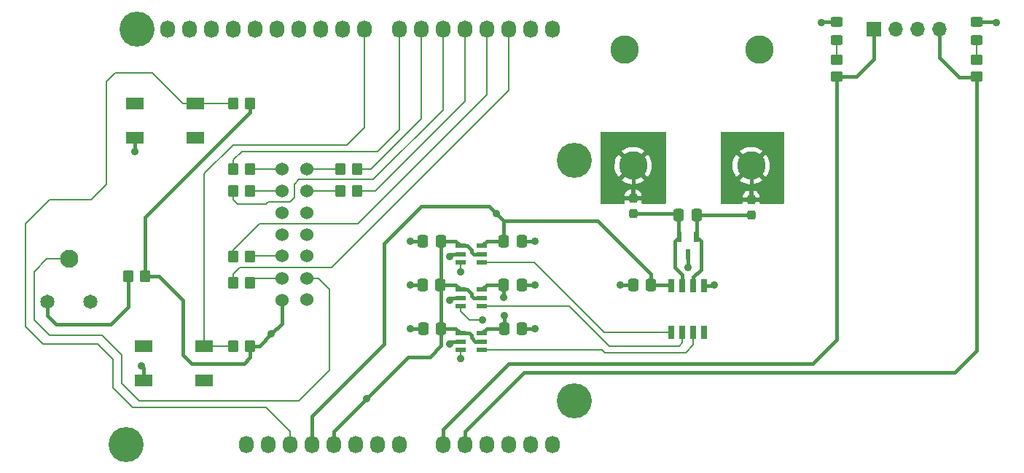
<source format=gtl>
G04 #@! TF.GenerationSoftware,KiCad,Pcbnew,(6.0.6)*
G04 #@! TF.CreationDate,2022-07-18T13:46:11+09:00*
G04 #@! TF.ProjectId,mt_reflowcnt,6d745f72-6566-46c6-9f77-636e742e6b69,rev?*
G04 #@! TF.SameCoordinates,Original*
G04 #@! TF.FileFunction,Copper,L1,Top*
G04 #@! TF.FilePolarity,Positive*
%FSLAX46Y46*%
G04 Gerber Fmt 4.6, Leading zero omitted, Abs format (unit mm)*
G04 Created by KiCad (PCBNEW (6.0.6)) date 2022-07-18 13:46:11*
%MOMM*%
%LPD*%
G01*
G04 APERTURE LIST*
G04 Aperture macros list*
%AMRoundRect*
0 Rectangle with rounded corners*
0 $1 Rounding radius*
0 $2 $3 $4 $5 $6 $7 $8 $9 X,Y pos of 4 corners*
0 Add a 4 corners polygon primitive as box body*
4,1,4,$2,$3,$4,$5,$6,$7,$8,$9,$2,$3,0*
0 Add four circle primitives for the rounded corners*
1,1,$1+$1,$2,$3*
1,1,$1+$1,$4,$5*
1,1,$1+$1,$6,$7*
1,1,$1+$1,$8,$9*
0 Add four rect primitives between the rounded corners*
20,1,$1+$1,$2,$3,$4,$5,0*
20,1,$1+$1,$4,$5,$6,$7,0*
20,1,$1+$1,$6,$7,$8,$9,0*
20,1,$1+$1,$8,$9,$2,$3,0*%
G04 Aperture macros list end*
G04 #@! TA.AperFunction,SMDPad,CuDef*
%ADD10RoundRect,0.250000X-0.337500X-0.475000X0.337500X-0.475000X0.337500X0.475000X-0.337500X0.475000X0*%
G04 #@! TD*
G04 #@! TA.AperFunction,SMDPad,CuDef*
%ADD11RoundRect,0.250000X0.337500X0.475000X-0.337500X0.475000X-0.337500X-0.475000X0.337500X-0.475000X0*%
G04 #@! TD*
G04 #@! TA.AperFunction,SMDPad,CuDef*
%ADD12R,1.200000X0.600000*%
G04 #@! TD*
G04 #@! TA.AperFunction,ComponentPad*
%ADD13R,1.700000X1.700000*%
G04 #@! TD*
G04 #@! TA.AperFunction,ComponentPad*
%ADD14O,1.700000X1.700000*%
G04 #@! TD*
G04 #@! TA.AperFunction,SMDPad,CuDef*
%ADD15RoundRect,0.237500X0.237500X-0.287500X0.237500X0.287500X-0.237500X0.287500X-0.237500X-0.287500X0*%
G04 #@! TD*
G04 #@! TA.AperFunction,SMDPad,CuDef*
%ADD16RoundRect,0.250000X-0.450000X0.325000X-0.450000X-0.325000X0.450000X-0.325000X0.450000X0.325000X0*%
G04 #@! TD*
G04 #@! TA.AperFunction,SMDPad,CuDef*
%ADD17R,2.000000X1.400000*%
G04 #@! TD*
G04 #@! TA.AperFunction,ComponentPad*
%ADD18C,1.650000*%
G04 #@! TD*
G04 #@! TA.AperFunction,ComponentPad*
%ADD19C,2.100000*%
G04 #@! TD*
G04 #@! TA.AperFunction,SMDPad,CuDef*
%ADD20R,0.650000X1.525000*%
G04 #@! TD*
G04 #@! TA.AperFunction,SMDPad,CuDef*
%ADD21R,0.600000X1.250000*%
G04 #@! TD*
G04 #@! TA.AperFunction,SMDPad,CuDef*
%ADD22RoundRect,0.250000X0.350000X0.450000X-0.350000X0.450000X-0.350000X-0.450000X0.350000X-0.450000X0*%
G04 #@! TD*
G04 #@! TA.AperFunction,SMDPad,CuDef*
%ADD23RoundRect,0.250000X-0.350000X-0.450000X0.350000X-0.450000X0.350000X0.450000X-0.350000X0.450000X0*%
G04 #@! TD*
G04 #@! TA.AperFunction,SMDPad,CuDef*
%ADD24RoundRect,0.250000X0.450000X-0.350000X0.450000X0.350000X-0.450000X0.350000X-0.450000X-0.350000X0*%
G04 #@! TD*
G04 #@! TA.AperFunction,ComponentPad*
%ADD25C,3.294000*%
G04 #@! TD*
G04 #@! TA.AperFunction,ComponentPad*
%ADD26C,1.524000*%
G04 #@! TD*
G04 #@! TA.AperFunction,ComponentPad*
%ADD27O,1.727200X2.032000*%
G04 #@! TD*
G04 #@! TA.AperFunction,ComponentPad*
%ADD28C,4.064000*%
G04 #@! TD*
G04 #@! TA.AperFunction,ViaPad*
%ADD29C,0.889000*%
G04 #@! TD*
G04 #@! TA.AperFunction,Conductor*
%ADD30C,0.406400*%
G04 #@! TD*
G04 #@! TA.AperFunction,Conductor*
%ADD31C,0.203200*%
G04 #@! TD*
G04 APERTURE END LIST*
D10*
G04 #@! TO.P,C8,1*
G04 #@! TO.N,+3V3*
X168910000Y-110363000D03*
G04 #@! TO.P,C8,2*
G04 #@! TO.N,GND*
X170985000Y-110363000D03*
G04 #@! TD*
D11*
G04 #@! TO.P,C7,1*
G04 #@! TO.N,+5V*
X161587000Y-110363000D03*
G04 #@! TO.P,C7,2*
G04 #@! TO.N,GND*
X159512000Y-110363000D03*
G04 #@! TD*
D12*
G04 #@! TO.P,IC5,6,VCCB*
G04 #@! TO.N,+3V3*
X166350000Y-110937000D03*
G04 #@! TO.P,IC5,5,OE*
G04 #@! TO.N,+5V*
X166350000Y-111887000D03*
G04 #@! TO.P,IC5,4,B*
G04 #@! TO.N,Net-(IC3-Pad7)*
X166350000Y-112837000D03*
G04 #@! TO.P,IC5,3,A*
G04 #@! TO.N,/12(MISO)*
X163850000Y-112837000D03*
G04 #@! TO.P,IC5,2,GND*
G04 #@! TO.N,GND*
X163850000Y-111887000D03*
G04 #@! TO.P,IC5,1,VCCA*
G04 #@! TO.N,+5V*
X163850000Y-110937000D03*
G04 #@! TD*
G04 #@! TO.P,IC2,1,VCCA*
G04 #@! TO.N,+5V*
X163828500Y-105857000D03*
G04 #@! TO.P,IC2,2,GND*
G04 #@! TO.N,GND*
X163828500Y-106807000D03*
G04 #@! TO.P,IC2,3,A*
G04 #@! TO.N,/10(\u002A\u002A{slash}SS)*
X163828500Y-107757000D03*
G04 #@! TO.P,IC2,4,B*
G04 #@! TO.N,Net-(IC3-Pad6)*
X166328500Y-107757000D03*
G04 #@! TO.P,IC2,5,OE*
G04 #@! TO.N,+5V*
X166328500Y-106807000D03*
G04 #@! TO.P,IC2,6,VCCB*
G04 #@! TO.N,+3V3*
X166328500Y-105857000D03*
G04 #@! TD*
G04 #@! TO.P,IC1,1,VCCA*
G04 #@! TO.N,+5V*
X163828500Y-100777000D03*
G04 #@! TO.P,IC1,2,GND*
G04 #@! TO.N,GND*
X163828500Y-101727000D03*
G04 #@! TO.P,IC1,3,A*
G04 #@! TO.N,/13(SCK)*
X163828500Y-102677000D03*
G04 #@! TO.P,IC1,4,B*
G04 #@! TO.N,Net-(IC3-Pad5)*
X166328500Y-102677000D03*
G04 #@! TO.P,IC1,5,OE*
G04 #@! TO.N,+5V*
X166328500Y-101727000D03*
G04 #@! TO.P,IC1,6,VCCB*
G04 #@! TO.N,+3V3*
X166328500Y-100777000D03*
G04 #@! TD*
D11*
G04 #@! TO.P,C1,1*
G04 #@! TO.N,+5V*
X161544000Y-100203000D03*
G04 #@! TO.P,C1,2*
G04 #@! TO.N,GND*
X159469000Y-100203000D03*
G04 #@! TD*
G04 #@! TO.P,C2,1*
G04 #@! TO.N,+5V*
X161522500Y-105283000D03*
G04 #@! TO.P,C2,2*
G04 #@! TO.N,GND*
X159447500Y-105283000D03*
G04 #@! TD*
G04 #@! TO.P,C6,1*
G04 #@! TO.N,+3V3*
X185971000Y-105283000D03*
G04 #@! TO.P,C6,2*
G04 #@! TO.N,GND*
X183896000Y-105283000D03*
G04 #@! TD*
D10*
G04 #@! TO.P,C5,1*
G04 #@! TO.N,Net-(C5-Pad1)*
X189187000Y-97155000D03*
G04 #@! TO.P,C5,2*
G04 #@! TO.N,Net-(C5-Pad2)*
X191262000Y-97155000D03*
G04 #@! TD*
G04 #@! TO.P,C4,1*
G04 #@! TO.N,+3V3*
X168867000Y-105283000D03*
G04 #@! TO.P,C4,2*
G04 #@! TO.N,GND*
X170942000Y-105283000D03*
G04 #@! TD*
G04 #@! TO.P,C3,2*
G04 #@! TO.N,GND*
X170942000Y-100203000D03*
G04 #@! TO.P,C3,1*
G04 #@! TO.N,+3V3*
X168867000Y-100203000D03*
G04 #@! TD*
D13*
G04 #@! TO.P,J1,1,Pin_1*
G04 #@! TO.N,/A0*
X211846000Y-75565000D03*
D14*
G04 #@! TO.P,J1,2,Pin_2*
G04 #@! TO.N,GND*
X214386000Y-75565000D03*
G04 #@! TO.P,J1,3,Pin_3*
X216926000Y-75565000D03*
G04 #@! TO.P,J1,4,Pin_4*
G04 #@! TO.N,/A1*
X219466000Y-75565000D03*
G04 #@! TD*
D15*
G04 #@! TO.P,L1,1*
G04 #@! TO.N,Net-(C5-Pad1)*
X183896000Y-97014000D03*
G04 #@! TO.P,L1,2*
G04 #@! TO.N,Net-(J2-Pad1)*
X183896000Y-95264000D03*
G04 #@! TD*
G04 #@! TO.P,L2,1*
G04 #@! TO.N,Net-(C5-Pad2)*
X197612000Y-97155000D03*
G04 #@! TO.P,L2,2*
G04 #@! TO.N,Net-(J2-Pad2)*
X197612000Y-95405000D03*
G04 #@! TD*
D16*
G04 #@! TO.P,D2,1,K*
G04 #@! TO.N,GND*
X223774000Y-74785000D03*
G04 #@! TO.P,D2,2,A*
G04 #@! TO.N,Net-(D2-Pad2)*
X223774000Y-76835000D03*
G04 #@! TD*
G04 #@! TO.P,D1,1,K*
G04 #@! TO.N,GND*
X207518000Y-74785000D03*
G04 #@! TO.P,D1,2,A*
G04 #@! TO.N,Net-(D1-Pad2)*
X207518000Y-76835000D03*
G04 #@! TD*
D17*
G04 #@! TO.P,S2,1,N.O._1*
G04 #@! TO.N,unconnected-(S2-Pad1)*
X126040000Y-84233000D03*
G04 #@! TO.P,S2,2,N.O._2*
G04 #@! TO.N,/Reset*
X133040000Y-84233000D03*
G04 #@! TO.P,S2,3,COM_1*
G04 #@! TO.N,GND*
X126040000Y-88233000D03*
G04 #@! TO.P,S2,4,COM_2*
G04 #@! TO.N,unconnected-(S2-Pad4)*
X133040000Y-88233000D03*
G04 #@! TD*
G04 #@! TO.P,S1,1,N.O._1*
G04 #@! TO.N,unconnected-(S1-Pad1)*
X127056000Y-112427000D03*
G04 #@! TO.P,S1,2,N.O._2*
G04 #@! TO.N,/8*
X134056000Y-112427000D03*
G04 #@! TO.P,S1,3,COM_1*
G04 #@! TO.N,GND*
X127056000Y-116427000D03*
G04 #@! TO.P,S1,4,COM_2*
G04 #@! TO.N,unconnected-(S1-Pad4)*
X134056000Y-116427000D03*
G04 #@! TD*
D18*
G04 #@! TO.P,R2,1,1*
G04 #@! TO.N,Net-(R1-Pad2)*
X115864000Y-107275000D03*
G04 #@! TO.P,R2,2,2*
G04 #@! TO.N,GND*
X120864000Y-107275000D03*
D19*
G04 #@! TO.P,R2,3,3*
G04 #@! TO.N,Net-(R2-Pad3)*
X118364000Y-102275000D03*
G04 #@! TD*
D20*
G04 #@! TO.P,IC3,1,GND*
G04 #@! TO.N,GND*
X192151000Y-105365000D03*
G04 #@! TO.P,IC3,2,T-*
G04 #@! TO.N,Net-(C5-Pad2)*
X190881000Y-105365000D03*
G04 #@! TO.P,IC3,3,T+*
G04 #@! TO.N,Net-(C5-Pad1)*
X189611000Y-105365000D03*
G04 #@! TO.P,IC3,4,VCC*
G04 #@! TO.N,+3V3*
X188341000Y-105365000D03*
G04 #@! TO.P,IC3,5,SCK*
G04 #@! TO.N,Net-(IC3-Pad5)*
X188341000Y-110789000D03*
G04 #@! TO.P,IC3,6,~{CS}*
G04 #@! TO.N,Net-(IC3-Pad6)*
X189611000Y-110789000D03*
G04 #@! TO.P,IC3,7,SO*
G04 #@! TO.N,Net-(IC3-Pad7)*
X190881000Y-110789000D03*
G04 #@! TO.P,IC3,8,DNC*
G04 #@! TO.N,unconnected-(IC3-Pad8)*
X192151000Y-110789000D03*
G04 #@! TD*
D21*
G04 #@! TO.P,IC4,1,A_1*
G04 #@! TO.N,Net-(C5-Pad2)*
X191201000Y-99695000D03*
G04 #@! TO.P,IC4,2,A_2*
G04 #@! TO.N,Net-(C5-Pad1)*
X189291000Y-99695000D03*
G04 #@! TO.P,IC4,3,A_3*
G04 #@! TO.N,GND*
X190246000Y-101795000D03*
G04 #@! TD*
D22*
G04 #@! TO.P,R12,1*
G04 #@! TO.N,+5V*
X139414000Y-84201000D03*
G04 #@! TO.P,R12,2*
G04 #@! TO.N,/Reset*
X137414000Y-84201000D03*
G04 #@! TD*
G04 #@! TO.P,R11,1*
G04 #@! TO.N,+5V*
X139414000Y-112395000D03*
G04 #@! TO.P,R11,2*
G04 #@! TO.N,/8*
X137414000Y-112395000D03*
G04 #@! TD*
G04 #@! TO.P,R10,1*
G04 #@! TO.N,Net-(R10-Pad1)*
X139430000Y-91821000D03*
G04 #@! TO.P,R10,2*
G04 #@! TO.N,/7*
X137430000Y-91821000D03*
G04 #@! TD*
D23*
G04 #@! TO.P,R9,1*
G04 #@! TO.N,Net-(R9-Pad1)*
X149876000Y-91821000D03*
G04 #@! TO.P,R9,2*
G04 #@! TO.N,/6(\u002A\u002A)*
X151876000Y-91821000D03*
G04 #@! TD*
D22*
G04 #@! TO.P,R8,1*
G04 #@! TO.N,Net-(R8-Pad1)*
X139430000Y-94361000D03*
G04 #@! TO.P,R8,2*
G04 #@! TO.N,/5(\u002A\u002A)*
X137430000Y-94361000D03*
G04 #@! TD*
D23*
G04 #@! TO.P,R7,1*
G04 #@! TO.N,Net-(R7-Pad1)*
X149876000Y-94361000D03*
G04 #@! TO.P,R7,2*
G04 #@! TO.N,/4*
X151876000Y-94361000D03*
G04 #@! TD*
D22*
G04 #@! TO.P,R6,1*
G04 #@! TO.N,Net-(R6-Pad1)*
X139414000Y-101981000D03*
G04 #@! TO.P,R6,2*
G04 #@! TO.N,/3(\u002A\u002A)*
X137414000Y-101981000D03*
G04 #@! TD*
G04 #@! TO.P,R5,1*
G04 #@! TO.N,Net-(R5-Pad1)*
X139414000Y-105029000D03*
G04 #@! TO.P,R5,2*
G04 #@! TO.N,/2*
X137414000Y-105029000D03*
G04 #@! TD*
D24*
G04 #@! TO.P,R4,1*
G04 #@! TO.N,/A1*
X223774000Y-81121000D03*
G04 #@! TO.P,R4,2*
G04 #@! TO.N,Net-(D2-Pad2)*
X223774000Y-79121000D03*
G04 #@! TD*
G04 #@! TO.P,R3,1*
G04 #@! TO.N,/A0*
X207518000Y-81121000D03*
G04 #@! TO.P,R3,2*
G04 #@! TO.N,Net-(D1-Pad2)*
X207518000Y-79121000D03*
G04 #@! TD*
D22*
G04 #@! TO.P,R1,1*
G04 #@! TO.N,+5V*
X127222000Y-104267000D03*
G04 #@! TO.P,R1,2*
G04 #@! TO.N,Net-(R1-Pad2)*
X125222000Y-104267000D03*
G04 #@! TD*
D25*
G04 #@! TO.P,J2,4,NC*
G04 #@! TO.N,unconnected-(J2-Pad4)*
X198604000Y-77959000D03*
G04 #@! TO.P,J2,3,NC*
G04 #@! TO.N,unconnected-(J2-Pad3)*
X182904000Y-77959000D03*
G04 #@! TO.P,J2,2,N*
G04 #@! TO.N,Net-(J2-Pad2)*
X197604000Y-91459000D03*
G04 #@! TO.P,J2,1,P*
G04 #@! TO.N,Net-(J2-Pad1)*
X183904000Y-91459000D03*
G04 #@! TD*
D26*
G04 #@! TO.P,U1,14,DB7*
G04 #@! TO.N,Net-(R10-Pad1)*
X143080000Y-91849000D03*
G04 #@! TO.P,U1,13,DB6*
G04 #@! TO.N,Net-(R9-Pad1)*
X145980000Y-91849000D03*
G04 #@! TO.P,U1,12,DB5*
G04 #@! TO.N,Net-(R8-Pad1)*
X143080000Y-94389000D03*
G04 #@! TO.P,U1,11,DB4*
G04 #@! TO.N,Net-(R7-Pad1)*
X145980000Y-94389000D03*
G04 #@! TO.P,U1,10,DB3*
G04 #@! TO.N,unconnected-(U1-Pad10)*
X143080000Y-96929000D03*
G04 #@! TO.P,U1,9,DB2*
G04 #@! TO.N,unconnected-(U1-Pad9)*
X145980000Y-96929000D03*
G04 #@! TO.P,U1,8,DB1*
G04 #@! TO.N,unconnected-(U1-Pad8)*
X143080000Y-99469000D03*
G04 #@! TO.P,U1,7,DB0*
G04 #@! TO.N,unconnected-(U1-Pad7)*
X145980000Y-99459000D03*
G04 #@! TO.P,U1,6,E*
G04 #@! TO.N,Net-(R6-Pad1)*
X143080000Y-101919000D03*
G04 #@! TO.P,U1,5,RW*
G04 #@! TO.N,GND*
X145980000Y-101939000D03*
G04 #@! TO.P,U1,4,RS*
G04 #@! TO.N,Net-(R5-Pad1)*
X143080000Y-104549000D03*
G04 #@! TO.P,U1,3,Vo*
G04 #@! TO.N,Net-(R2-Pad3)*
X145980000Y-104549000D03*
G04 #@! TO.P,U1,2,VDD*
G04 #@! TO.N,+5V*
X143080000Y-107089000D03*
G04 #@! TO.P,U1,1,VSS*
G04 #@! TO.N,GND*
X145980000Y-107049000D03*
G04 #@! TD*
D27*
G04 #@! TO.P,P1,1,Pin_1*
G04 #@! TO.N,unconnected-(P1-Pad1)*
X138938000Y-123825000D03*
G04 #@! TO.P,P1,2,Pin_2*
G04 #@! TO.N,/IOREF*
X141478000Y-123825000D03*
G04 #@! TO.P,P1,3,Pin_3*
G04 #@! TO.N,/Reset*
X144018000Y-123825000D03*
G04 #@! TO.P,P1,4,Pin_4*
G04 #@! TO.N,+3V3*
X146558000Y-123825000D03*
G04 #@! TO.P,P1,5,Pin_5*
G04 #@! TO.N,+5V*
X149098000Y-123825000D03*
G04 #@! TO.P,P1,6,Pin_6*
G04 #@! TO.N,GND*
X151638000Y-123825000D03*
G04 #@! TO.P,P1,7,Pin_7*
X154178000Y-123825000D03*
G04 #@! TO.P,P1,8,Pin_8*
G04 #@! TO.N,/Vin*
X156718000Y-123825000D03*
G04 #@! TD*
G04 #@! TO.P,P2,1,Pin_1*
G04 #@! TO.N,/A0*
X161798000Y-123825000D03*
G04 #@! TO.P,P2,2,Pin_2*
G04 #@! TO.N,/A1*
X164338000Y-123825000D03*
G04 #@! TO.P,P2,3,Pin_3*
G04 #@! TO.N,/A2*
X166878000Y-123825000D03*
G04 #@! TO.P,P2,4,Pin_4*
G04 #@! TO.N,/A3*
X169418000Y-123825000D03*
G04 #@! TO.P,P2,5,Pin_5*
G04 #@! TO.N,/A4(SDA)*
X171958000Y-123825000D03*
G04 #@! TO.P,P2,6,Pin_6*
G04 #@! TO.N,/A5(SCL)*
X174498000Y-123825000D03*
G04 #@! TD*
G04 #@! TO.P,P3,1,Pin_1*
G04 #@! TO.N,unconnected-(P3-Pad1)*
X129794000Y-75565000D03*
G04 #@! TO.P,P3,2,Pin_2*
G04 #@! TO.N,unconnected-(P3-Pad2)*
X132334000Y-75565000D03*
G04 #@! TO.P,P3,3,Pin_3*
G04 #@! TO.N,/AREF*
X134874000Y-75565000D03*
G04 #@! TO.P,P3,4,Pin_4*
G04 #@! TO.N,GND*
X137414000Y-75565000D03*
G04 #@! TO.P,P3,5,Pin_5*
G04 #@! TO.N,/13(SCK)*
X139954000Y-75565000D03*
G04 #@! TO.P,P3,6,Pin_6*
G04 #@! TO.N,/12(MISO)*
X142494000Y-75565000D03*
G04 #@! TO.P,P3,7,Pin_7*
G04 #@! TO.N,/11(\u002A\u002A{slash}MOSI)*
X145034000Y-75565000D03*
G04 #@! TO.P,P3,8,Pin_8*
G04 #@! TO.N,/10(\u002A\u002A{slash}SS)*
X147574000Y-75565000D03*
G04 #@! TO.P,P3,9,Pin_9*
G04 #@! TO.N,/9(\u002A\u002A)*
X150114000Y-75565000D03*
G04 #@! TO.P,P3,10,Pin_10*
G04 #@! TO.N,/8*
X152654000Y-75565000D03*
G04 #@! TD*
G04 #@! TO.P,P4,1,Pin_1*
G04 #@! TO.N,/7*
X156718000Y-75565000D03*
G04 #@! TO.P,P4,2,Pin_2*
G04 #@! TO.N,/6(\u002A\u002A)*
X159258000Y-75565000D03*
G04 #@! TO.P,P4,3,Pin_3*
G04 #@! TO.N,/5(\u002A\u002A)*
X161798000Y-75565000D03*
G04 #@! TO.P,P4,4,Pin_4*
G04 #@! TO.N,/4*
X164338000Y-75565000D03*
G04 #@! TO.P,P4,5,Pin_5*
G04 #@! TO.N,/3(\u002A\u002A)*
X166878000Y-75565000D03*
G04 #@! TO.P,P4,6,Pin_6*
G04 #@! TO.N,/2*
X169418000Y-75565000D03*
G04 #@! TO.P,P4,7,Pin_7*
G04 #@! TO.N,/1(Tx)*
X171958000Y-75565000D03*
G04 #@! TO.P,P4,8,Pin_8*
G04 #@! TO.N,/0(Rx)*
X174498000Y-75565000D03*
G04 #@! TD*
D28*
G04 #@! TO.P,P5,1,Pin_1*
G04 #@! TO.N,unconnected-(P5-Pad1)*
X124968000Y-123825000D03*
G04 #@! TD*
G04 #@! TO.P,P6,1,Pin_1*
G04 #@! TO.N,unconnected-(P6-Pad1)*
X177038000Y-118745000D03*
G04 #@! TD*
G04 #@! TO.P,P7,1,Pin_1*
G04 #@! TO.N,unconnected-(P7-Pad1)*
X126238000Y-75565000D03*
G04 #@! TD*
G04 #@! TO.P,P8,1,Pin_1*
G04 #@! TO.N,unconnected-(P8-Pad1)*
X177038000Y-90805000D03*
G04 #@! TD*
D29*
G04 #@! TO.N,GND*
X193294000Y-105283000D03*
G04 #@! TO.N,+5V*
X141859000Y-110998000D03*
X152908000Y-118491000D03*
G04 #@! TO.N,GND*
X126746000Y-114681000D03*
X125984000Y-89789000D03*
X226060000Y-74803000D03*
X205740000Y-74803000D03*
G04 #@! TO.N,+3V3*
X168910000Y-108839000D03*
X168021000Y-97028000D03*
G04 #@! TO.N,GND*
X182372000Y-105283000D03*
X190246000Y-103251000D03*
G04 #@! TO.N,+3V3*
X168867000Y-106764000D03*
G04 #@! TO.N,GND*
X172466000Y-110363000D03*
X172466000Y-105283000D03*
X172466000Y-100203000D03*
X157988000Y-110363000D03*
X157988000Y-105283000D03*
X157988000Y-100203000D03*
X162560000Y-112141000D03*
X162560000Y-107061000D03*
X162560000Y-101981000D03*
G04 #@! TO.N,/10(\u002A\u002A{slash}SS)*
X166370000Y-109347000D03*
G04 #@! TO.N,/12(MISO)*
X163850000Y-113899000D03*
G04 #@! TO.N,/13(SCK)*
X163830000Y-103759000D03*
G04 #@! TD*
D30*
G04 #@! TO.N,Net-(C5-Pad2)*
X191262000Y-97155000D02*
X197612000Y-97155000D01*
G04 #@! TO.N,Net-(J2-Pad2)*
X197604000Y-91459000D02*
X197604000Y-95397000D01*
G04 #@! TO.N,+3V3*
X168867000Y-105283000D02*
X168867000Y-106764000D01*
G04 #@! TO.N,+5V*
X163276000Y-110363000D02*
X161587000Y-110363000D01*
X161587000Y-110363000D02*
X161587000Y-112352000D01*
D31*
G04 #@! TO.N,/12(MISO)*
X163850000Y-112837000D02*
X163850000Y-113899000D01*
D30*
G04 #@! TO.N,+5V*
X163254500Y-105283000D02*
X161522500Y-105283000D01*
X161587000Y-105347500D02*
X161522500Y-105283000D01*
X161587000Y-110363000D02*
X161587000Y-105347500D01*
X161544000Y-105261500D02*
X161522500Y-105283000D01*
X161544000Y-100203000D02*
X161544000Y-105261500D01*
G04 #@! TO.N,GND*
X193212000Y-105365000D02*
X193294000Y-105283000D01*
X192151000Y-105365000D02*
X193212000Y-105365000D01*
G04 #@! TO.N,+5V*
X141859000Y-110998000D02*
X143080000Y-109777000D01*
X152908000Y-118491000D02*
X157734000Y-113665000D01*
G04 #@! TO.N,GND*
X127056000Y-114991000D02*
X126746000Y-114681000D01*
X127056000Y-116427000D02*
X127056000Y-114991000D01*
X126040000Y-89733000D02*
X125984000Y-89789000D01*
X126040000Y-88233000D02*
X126040000Y-89733000D01*
X226042000Y-74785000D02*
X226060000Y-74803000D01*
X223774000Y-74785000D02*
X226042000Y-74785000D01*
X205758000Y-74785000D02*
X205740000Y-74803000D01*
X207518000Y-74785000D02*
X205758000Y-74785000D01*
G04 #@! TO.N,+3V3*
X168910000Y-110363000D02*
X168910000Y-108839000D01*
X168021000Y-97028000D02*
X168867000Y-97874000D01*
G04 #@! TO.N,GND*
X183896000Y-105283000D02*
X182372000Y-105283000D01*
X190246000Y-101795000D02*
X190246000Y-103251000D01*
X170985000Y-110363000D02*
X172466000Y-110363000D01*
X170942000Y-105283000D02*
X172466000Y-105283000D01*
X170942000Y-100203000D02*
X172466000Y-100203000D01*
X159512000Y-110363000D02*
X157988000Y-110363000D01*
X159447500Y-105283000D02*
X157988000Y-105283000D01*
X159469000Y-100203000D02*
X157988000Y-100203000D01*
X162814000Y-111887000D02*
X162560000Y-112141000D01*
X163850000Y-111887000D02*
X162814000Y-111887000D01*
X162814000Y-106807000D02*
X162560000Y-107061000D01*
X163828500Y-106807000D02*
X162814000Y-106807000D01*
X162814000Y-101727000D02*
X162560000Y-101981000D01*
X163828500Y-101727000D02*
X162814000Y-101727000D01*
G04 #@! TO.N,+3V3*
X179789000Y-97874000D02*
X168867000Y-97874000D01*
X185971000Y-104056000D02*
X179789000Y-97874000D01*
X185971000Y-105283000D02*
X185971000Y-104056000D01*
X167132000Y-96139000D02*
X168021000Y-97028000D01*
X146558000Y-120523000D02*
X154940000Y-112141000D01*
X154940000Y-112141000D02*
X154940000Y-100457000D01*
X154940000Y-100457000D02*
X159258000Y-96139000D01*
X159258000Y-96139000D02*
X167132000Y-96139000D01*
X168867000Y-97874000D02*
X168867000Y-100203000D01*
X146558000Y-123825000D02*
X146558000Y-120523000D01*
D31*
G04 #@! TO.N,/2*
X148844000Y-103251000D02*
X169418000Y-82677000D01*
X138176000Y-103251000D02*
X148844000Y-103251000D01*
X169418000Y-82677000D02*
X169418000Y-75565000D01*
X137414000Y-104013000D02*
X138176000Y-103251000D01*
X137414000Y-105029000D02*
X137414000Y-104013000D01*
G04 #@! TO.N,/3(\u002A\u002A)*
X166878000Y-83185000D02*
X166878000Y-75565000D01*
X151892000Y-98171000D02*
X166878000Y-83185000D01*
X137414000Y-101981000D02*
X137414000Y-101219000D01*
X137414000Y-101219000D02*
X140462000Y-98171000D01*
X140462000Y-98171000D02*
X151892000Y-98171000D01*
G04 #@! TO.N,/4*
X164338000Y-83947000D02*
X164338000Y-75565000D01*
X153924000Y-94361000D02*
X164338000Y-83947000D01*
X151876000Y-94361000D02*
X153924000Y-94361000D01*
G04 #@! TO.N,/5(\u002A\u002A)*
X161798000Y-84963000D02*
X161798000Y-75565000D01*
X153699662Y-93061338D02*
X161798000Y-84963000D01*
X145063662Y-93061338D02*
X153699662Y-93061338D01*
X144018000Y-95631000D02*
X144526000Y-95123000D01*
X144526000Y-93599000D02*
X145063662Y-93061338D01*
X141478000Y-95631000D02*
X144018000Y-95631000D01*
X141224000Y-95885000D02*
X141478000Y-95631000D01*
X137430000Y-94361000D02*
X137430000Y-95393000D01*
X137430000Y-95393000D02*
X137922000Y-95885000D01*
X137922000Y-95885000D02*
X141224000Y-95885000D01*
X144526000Y-95123000D02*
X144526000Y-93599000D01*
D30*
G04 #@! TO.N,+5V*
X160274000Y-113665000D02*
X161587000Y-112352000D01*
X157734000Y-113665000D02*
X160274000Y-113665000D01*
X149098000Y-122301000D02*
X152908000Y-118491000D01*
X149098000Y-123825000D02*
X149098000Y-122301000D01*
X127222000Y-97441000D02*
X127222000Y-104267000D01*
X139414000Y-85249000D02*
X127222000Y-97441000D01*
X139414000Y-84201000D02*
X139414000Y-85249000D01*
X143080000Y-109777000D02*
X143080000Y-107089000D01*
X140462000Y-112395000D02*
X141859000Y-110998000D01*
X139414000Y-112395000D02*
X140462000Y-112395000D01*
X139414000Y-113697000D02*
X139414000Y-112395000D01*
X138684000Y-114427000D02*
X139414000Y-113697000D01*
X132588000Y-114427000D02*
X138684000Y-114427000D01*
X131572000Y-113411000D02*
X132588000Y-114427000D01*
X131572000Y-107061000D02*
X131572000Y-113411000D01*
X128778000Y-104267000D02*
X131572000Y-107061000D01*
X127222000Y-104267000D02*
X128778000Y-104267000D01*
D31*
G04 #@! TO.N,/10(\u002A\u002A{slash}SS)*
X164846000Y-109347000D02*
X166370000Y-109347000D01*
X163828500Y-108329500D02*
X164846000Y-109347000D01*
X163828500Y-107757000D02*
X163828500Y-108329500D01*
G04 #@! TO.N,/13(SCK)*
X163828500Y-103757500D02*
X163830000Y-103759000D01*
X163828500Y-102677000D02*
X163828500Y-103757500D01*
G04 #@! TO.N,Net-(IC3-Pad7)*
X189992000Y-113157000D02*
X190881000Y-112268000D01*
X190881000Y-112268000D02*
X190881000Y-110789000D01*
X180594000Y-113157000D02*
X189992000Y-113157000D01*
X180274000Y-112837000D02*
X180594000Y-113157000D01*
X166350000Y-112837000D02*
X180274000Y-112837000D01*
G04 #@! TO.N,Net-(IC3-Pad6)*
X189230000Y-112395000D02*
X189611000Y-112014000D01*
X181102000Y-112395000D02*
X189230000Y-112395000D01*
X189611000Y-112014000D02*
X189611000Y-110789000D01*
X166328500Y-107757000D02*
X176464000Y-107757000D01*
X176464000Y-107757000D02*
X181102000Y-112395000D01*
G04 #@! TO.N,Net-(IC3-Pad5)*
X180512000Y-110789000D02*
X188341000Y-110789000D01*
X172400000Y-102677000D02*
X180512000Y-110789000D01*
X166328500Y-102677000D02*
X172400000Y-102677000D01*
D30*
G04 #@! TO.N,+5V*
X165100000Y-111399800D02*
X165587200Y-111887000D01*
X165587200Y-111887000D02*
X166350000Y-111887000D01*
X165100000Y-111125000D02*
X165100000Y-111399800D01*
X164912000Y-110937000D02*
X165100000Y-111125000D01*
X163850000Y-110937000D02*
X164912000Y-110937000D01*
X165100000Y-106553000D02*
X165354000Y-106807000D01*
X164658000Y-105857000D02*
X165100000Y-106299000D01*
X165100000Y-106299000D02*
X165100000Y-106553000D01*
X163828500Y-105857000D02*
X164658000Y-105857000D01*
X165354000Y-106807000D02*
X166328500Y-106807000D01*
X165354000Y-101727000D02*
X166328500Y-101727000D01*
X165100000Y-101473000D02*
X165354000Y-101727000D01*
X165100000Y-101219000D02*
X165100000Y-101473000D01*
X164658000Y-100777000D02*
X165100000Y-101219000D01*
X163828500Y-100777000D02*
X164658000Y-100777000D01*
X163254500Y-100203000D02*
X163828500Y-100777000D01*
X161544000Y-100203000D02*
X163254500Y-100203000D01*
G04 #@! TO.N,+3V3*
X166902500Y-100203000D02*
X166328500Y-100777000D01*
X168867000Y-100203000D02*
X166902500Y-100203000D01*
G04 #@! TO.N,+5V*
X163254500Y-105283000D02*
X163828500Y-105857000D01*
G04 #@! TO.N,+3V3*
X168867000Y-105283000D02*
X166902500Y-105283000D01*
X166902500Y-105283000D02*
X166328500Y-105857000D01*
G04 #@! TO.N,+5V*
X163276000Y-110363000D02*
X163850000Y-110937000D01*
G04 #@! TO.N,+3V3*
X166924000Y-110363000D02*
X166350000Y-110937000D01*
X168910000Y-110363000D02*
X166924000Y-110363000D01*
D31*
G04 #@! TO.N,Net-(R2-Pad3)*
X147348000Y-104549000D02*
X145980000Y-104549000D01*
X145034000Y-118745000D02*
X148590000Y-115189000D01*
X126492000Y-118745000D02*
X145034000Y-118745000D01*
X124460000Y-116713000D02*
X126492000Y-118745000D01*
X124460000Y-113411000D02*
X124460000Y-116713000D01*
X122174000Y-111125000D02*
X124460000Y-113411000D01*
X116078000Y-111125000D02*
X122174000Y-111125000D01*
X148590000Y-115189000D02*
X148590000Y-105791000D01*
X114300000Y-109347000D02*
X116078000Y-111125000D01*
X114300000Y-103759000D02*
X114300000Y-109347000D01*
X115784000Y-102275000D02*
X114300000Y-103759000D01*
X148590000Y-105791000D02*
X147348000Y-104549000D01*
X118364000Y-102275000D02*
X115784000Y-102275000D01*
G04 #@! TO.N,Net-(R5-Pad1)*
X139894000Y-104549000D02*
X139414000Y-105029000D01*
X143080000Y-104549000D02*
X139894000Y-104549000D01*
G04 #@! TO.N,/8*
X150622000Y-89027000D02*
X152654000Y-86995000D01*
X134056000Y-92385000D02*
X137414000Y-89027000D01*
X137414000Y-89027000D02*
X150622000Y-89027000D01*
X134056000Y-112427000D02*
X134056000Y-92385000D01*
X152654000Y-86995000D02*
X152654000Y-75565000D01*
D30*
G04 #@! TO.N,/A0*
X207518000Y-111633000D02*
X207518000Y-81121000D01*
X161798000Y-122047000D02*
X169418000Y-114427000D01*
X204724000Y-114427000D02*
X207518000Y-111633000D01*
X161798000Y-123825000D02*
X161798000Y-122047000D01*
X169418000Y-114427000D02*
X204724000Y-114427000D01*
G04 #@! TO.N,/A1*
X223774000Y-112903000D02*
X223774000Y-81121000D01*
X221234000Y-115443000D02*
X223774000Y-112903000D01*
X164338000Y-122301000D02*
X171196000Y-115443000D01*
X171196000Y-115443000D02*
X221234000Y-115443000D01*
X164338000Y-123825000D02*
X164338000Y-122301000D01*
D31*
G04 #@! TO.N,/Reset*
X131604000Y-84233000D02*
X133040000Y-84233000D01*
X128016000Y-80645000D02*
X131604000Y-84233000D01*
X123698000Y-80645000D02*
X128016000Y-80645000D01*
X122682000Y-81661000D02*
X123698000Y-80645000D01*
X122682000Y-93599000D02*
X122682000Y-81661000D01*
X120904000Y-95377000D02*
X122682000Y-93599000D01*
X116078000Y-95377000D02*
X120904000Y-95377000D01*
X113284000Y-98171000D02*
X116078000Y-95377000D01*
X113284000Y-110109000D02*
X113284000Y-98171000D01*
X115316000Y-112141000D02*
X113284000Y-110109000D01*
X123444000Y-113919000D02*
X121666000Y-112141000D01*
X123444000Y-117221000D02*
X123444000Y-113919000D01*
X125730000Y-119507000D02*
X123444000Y-117221000D01*
X141224000Y-119507000D02*
X125730000Y-119507000D01*
X144018000Y-122301000D02*
X141224000Y-119507000D01*
X144018000Y-123825000D02*
X144018000Y-122301000D01*
X121666000Y-112141000D02*
X115316000Y-112141000D01*
G04 #@! TO.N,/6(\u002A\u002A)*
X159258000Y-85979000D02*
X159258000Y-75565000D01*
X153416000Y-91821000D02*
X159258000Y-85979000D01*
X151876000Y-91821000D02*
X153416000Y-91821000D01*
G04 #@! TO.N,/7*
X138430000Y-89789000D02*
X154178000Y-89789000D01*
X154178000Y-89789000D02*
X156718000Y-87249000D01*
X137430000Y-90789000D02*
X138430000Y-89789000D01*
X137430000Y-91821000D02*
X137430000Y-90789000D01*
X156718000Y-87249000D02*
X156718000Y-75565000D01*
D30*
G04 #@! TO.N,/A1*
X221742000Y-81153000D02*
X223742000Y-81153000D01*
X219466000Y-78877000D02*
X221742000Y-81153000D01*
X219466000Y-75565000D02*
X219466000Y-78877000D01*
X223742000Y-81153000D02*
X223774000Y-81121000D01*
G04 #@! TO.N,/A0*
X209836000Y-81121000D02*
X207518000Y-81121000D01*
X211846000Y-79111000D02*
X209836000Y-81121000D01*
X211846000Y-75565000D02*
X211846000Y-79111000D01*
D31*
G04 #@! TO.N,Net-(D2-Pad2)*
X223774000Y-76835000D02*
X223774000Y-79121000D01*
G04 #@! TO.N,Net-(D1-Pad2)*
X207518000Y-76835000D02*
X207518000Y-79121000D01*
D30*
G04 #@! TO.N,Net-(C5-Pad1)*
X188722000Y-100264000D02*
X189291000Y-99695000D01*
X188722000Y-103251000D02*
X188722000Y-100264000D01*
X189611000Y-104140000D02*
X188722000Y-103251000D01*
X189611000Y-105365000D02*
X189611000Y-104140000D01*
G04 #@! TO.N,Net-(C5-Pad2)*
X191770000Y-100264000D02*
X191201000Y-99695000D01*
X191770000Y-103505000D02*
X191770000Y-100264000D01*
X190881000Y-104394000D02*
X191770000Y-103505000D01*
X190881000Y-105365000D02*
X190881000Y-104394000D01*
X191262000Y-97155000D02*
X191262000Y-99634000D01*
X191262000Y-99634000D02*
X191201000Y-99695000D01*
G04 #@! TO.N,Net-(C5-Pad1)*
X189187000Y-97155000D02*
X189187000Y-99591000D01*
X189187000Y-99591000D02*
X189291000Y-99695000D01*
X189046000Y-97014000D02*
X189187000Y-97155000D01*
X183896000Y-97014000D02*
X189046000Y-97014000D01*
G04 #@! TO.N,Net-(J2-Pad1)*
X183904000Y-95256000D02*
X183896000Y-95264000D01*
X183904000Y-91459000D02*
X183904000Y-95256000D01*
G04 #@! TO.N,+3V3*
X188259000Y-105283000D02*
X188341000Y-105365000D01*
X185971000Y-105283000D02*
X188259000Y-105283000D01*
G04 #@! TO.N,Net-(R1-Pad2)*
X125222000Y-107823000D02*
X123190000Y-109855000D01*
X123190000Y-109855000D02*
X116840000Y-109855000D01*
X115864000Y-108879000D02*
X115864000Y-107275000D01*
X125222000Y-104267000D02*
X125222000Y-107823000D01*
X116840000Y-109855000D02*
X115864000Y-108879000D01*
D31*
G04 #@! TO.N,/8*
X137382000Y-112427000D02*
X137414000Y-112395000D01*
X134056000Y-112427000D02*
X137382000Y-112427000D01*
G04 #@! TO.N,Net-(R6-Pad1)*
X139476000Y-101919000D02*
X143080000Y-101919000D01*
X139414000Y-101981000D02*
X139476000Y-101919000D01*
G04 #@! TO.N,Net-(R7-Pad1)*
X149848000Y-94389000D02*
X149876000Y-94361000D01*
X145980000Y-94389000D02*
X149848000Y-94389000D01*
G04 #@! TO.N,Net-(R9-Pad1)*
X149848000Y-91849000D02*
X149876000Y-91821000D01*
X145980000Y-91849000D02*
X149848000Y-91849000D01*
G04 #@! TO.N,Net-(R8-Pad1)*
X139458000Y-94389000D02*
X143080000Y-94389000D01*
X139430000Y-94361000D02*
X139458000Y-94389000D01*
G04 #@! TO.N,Net-(R10-Pad1)*
X139458000Y-91849000D02*
X143080000Y-91849000D01*
X139430000Y-91821000D02*
X139458000Y-91849000D01*
G04 #@! TO.N,/Reset*
X133040000Y-84233000D02*
X137382000Y-84233000D01*
X137382000Y-84233000D02*
X137414000Y-84201000D01*
G04 #@! TD*
G04 #@! TA.AperFunction,Conductor*
G04 #@! TO.N,Net-(J2-Pad1)*
G36*
X187648121Y-87523002D02*
G01*
X187694614Y-87576658D01*
X187706000Y-87629000D01*
X187706000Y-95759000D01*
X187685998Y-95827121D01*
X187632342Y-95873614D01*
X187580000Y-95885000D01*
X184982890Y-95885000D01*
X184914769Y-95864998D01*
X184868276Y-95811342D01*
X184858172Y-95741068D01*
X184863297Y-95719332D01*
X184866316Y-95710231D01*
X184869181Y-95696868D01*
X184878672Y-95604230D01*
X184879000Y-95597815D01*
X184879000Y-95536115D01*
X184874525Y-95520876D01*
X184873135Y-95519671D01*
X184865452Y-95518000D01*
X182931115Y-95518000D01*
X182915876Y-95522475D01*
X182914671Y-95523865D01*
X182913000Y-95531548D01*
X182913000Y-95597766D01*
X182913337Y-95604282D01*
X182923075Y-95698132D01*
X182925969Y-95711530D01*
X182928503Y-95719127D01*
X182931085Y-95790077D01*
X182894900Y-95851160D01*
X182831435Y-95882983D01*
X182808978Y-95885000D01*
X180212000Y-95885000D01*
X180143879Y-95864998D01*
X180097386Y-95811342D01*
X180086000Y-95759000D01*
X180086000Y-94991885D01*
X182913000Y-94991885D01*
X182917475Y-95007124D01*
X182918865Y-95008329D01*
X182926548Y-95010000D01*
X183623885Y-95010000D01*
X183639124Y-95005525D01*
X183640329Y-95004135D01*
X183642000Y-94996452D01*
X183642000Y-94991885D01*
X184150000Y-94991885D01*
X184154475Y-95007124D01*
X184155865Y-95008329D01*
X184163548Y-95010000D01*
X184860885Y-95010000D01*
X184876124Y-95005525D01*
X184877329Y-95004135D01*
X184879000Y-94996452D01*
X184879000Y-94930234D01*
X184878663Y-94923718D01*
X184868925Y-94829868D01*
X184866032Y-94816472D01*
X184815512Y-94665047D01*
X184809347Y-94651885D01*
X184725574Y-94516508D01*
X184716540Y-94505110D01*
X184603871Y-94392637D01*
X184592460Y-94383625D01*
X184456937Y-94300088D01*
X184443759Y-94293944D01*
X184292234Y-94243685D01*
X184278868Y-94240819D01*
X184186230Y-94231328D01*
X184179815Y-94231000D01*
X184168115Y-94231000D01*
X184152876Y-94235475D01*
X184151671Y-94236865D01*
X184150000Y-94244548D01*
X184150000Y-94991885D01*
X183642000Y-94991885D01*
X183642000Y-94249115D01*
X183637525Y-94233876D01*
X183636135Y-94232671D01*
X183628452Y-94231000D01*
X183612234Y-94231000D01*
X183605718Y-94231337D01*
X183511868Y-94241075D01*
X183498472Y-94243968D01*
X183347047Y-94294488D01*
X183333885Y-94300653D01*
X183198508Y-94384426D01*
X183187110Y-94393460D01*
X183074637Y-94506129D01*
X183065625Y-94517540D01*
X182982088Y-94653063D01*
X182975944Y-94666241D01*
X182925685Y-94817766D01*
X182922819Y-94831132D01*
X182913328Y-94923770D01*
X182913000Y-94930185D01*
X182913000Y-94991885D01*
X180086000Y-94991885D01*
X180086000Y-93153014D01*
X182575259Y-93153014D01*
X182582312Y-93162985D01*
X182631071Y-93203754D01*
X182638003Y-93208789D01*
X182879633Y-93360364D01*
X182887184Y-93364413D01*
X183147160Y-93481797D01*
X183155191Y-93484783D01*
X183428690Y-93565797D01*
X183437042Y-93567664D01*
X183719012Y-93610811D01*
X183727545Y-93611527D01*
X184012757Y-93616009D01*
X184021308Y-93615560D01*
X184304486Y-93581292D01*
X184312900Y-93579687D01*
X184588813Y-93507303D01*
X184596929Y-93504572D01*
X184860463Y-93395412D01*
X184868131Y-93391606D01*
X185114420Y-93247686D01*
X185121493Y-93242879D01*
X185223361Y-93163004D01*
X185231830Y-93151147D01*
X185225314Y-93139525D01*
X183916810Y-91831020D01*
X183902869Y-91823408D01*
X183901034Y-91823539D01*
X183894420Y-91827790D01*
X182582551Y-93139660D01*
X182575259Y-93153014D01*
X180086000Y-93153014D01*
X180086000Y-91440661D01*
X181744329Y-91440661D01*
X181760750Y-91725434D01*
X181761824Y-91733940D01*
X181816739Y-92013848D01*
X181818955Y-92022116D01*
X181911353Y-92291992D01*
X181914668Y-92299877D01*
X182042839Y-92554717D01*
X182047195Y-92562083D01*
X182197630Y-92780966D01*
X182207885Y-92789310D01*
X182221625Y-92782164D01*
X183531980Y-91471810D01*
X183538357Y-91460131D01*
X184268408Y-91460131D01*
X184268539Y-91461966D01*
X184272790Y-91468580D01*
X185584887Y-92780676D01*
X185597097Y-92787344D01*
X185608595Y-92778655D01*
X185725241Y-92619860D01*
X185729825Y-92612637D01*
X185865933Y-92361957D01*
X185869501Y-92354163D01*
X185970327Y-92087337D01*
X185972804Y-92079131D01*
X186036484Y-91801088D01*
X186037824Y-91792628D01*
X186063342Y-91506701D01*
X186063588Y-91501762D01*
X186064010Y-91461484D01*
X186063867Y-91456520D01*
X186044343Y-91170126D01*
X186043182Y-91161652D01*
X185985335Y-90882321D01*
X185983036Y-90874086D01*
X185887814Y-90605187D01*
X185884417Y-90597337D01*
X185753583Y-90343850D01*
X185749155Y-90336538D01*
X185609548Y-90137899D01*
X185599027Y-90129520D01*
X185585639Y-90136572D01*
X184276020Y-91446190D01*
X184268408Y-91460131D01*
X183538357Y-91460131D01*
X183539592Y-91457869D01*
X183539461Y-91456034D01*
X183535210Y-91449420D01*
X182222482Y-90136693D01*
X182210471Y-90130134D01*
X182198733Y-90139101D01*
X182070709Y-90317267D01*
X182066187Y-90324561D01*
X181932720Y-90576637D01*
X181929234Y-90584465D01*
X181831206Y-90852338D01*
X181828817Y-90860561D01*
X181768049Y-91139269D01*
X181766800Y-91147725D01*
X181744418Y-91432111D01*
X181744329Y-91440661D01*
X180086000Y-91440661D01*
X180086000Y-89766923D01*
X182576006Y-89766923D01*
X182582401Y-89778190D01*
X183891190Y-91086980D01*
X183905131Y-91094592D01*
X183906966Y-91094461D01*
X183913580Y-91090210D01*
X185225066Y-89778723D01*
X185232258Y-89765553D01*
X185224936Y-89755318D01*
X185158586Y-89701010D01*
X185151614Y-89696056D01*
X184908386Y-89547004D01*
X184900816Y-89543047D01*
X184639615Y-89428389D01*
X184631555Y-89425487D01*
X184357225Y-89347342D01*
X184348850Y-89345562D01*
X184066449Y-89305370D01*
X184057901Y-89304742D01*
X183772656Y-89303248D01*
X183764122Y-89303785D01*
X183481309Y-89341019D01*
X183472911Y-89342712D01*
X183197775Y-89417981D01*
X183189688Y-89420797D01*
X182927316Y-89532708D01*
X182919677Y-89536601D01*
X182674920Y-89683084D01*
X182667891Y-89687969D01*
X182584475Y-89754799D01*
X182576006Y-89766923D01*
X180086000Y-89766923D01*
X180086000Y-87629000D01*
X180106002Y-87560879D01*
X180159658Y-87514386D01*
X180212000Y-87503000D01*
X187580000Y-87503000D01*
X187648121Y-87523002D01*
G37*
G04 #@! TD.AperFunction*
G04 #@! TD*
G04 #@! TA.AperFunction,Conductor*
G04 #@! TO.N,Net-(J2-Pad2)*
G36*
X201364121Y-87523002D02*
G01*
X201410614Y-87576658D01*
X201422000Y-87629000D01*
X201422000Y-95759000D01*
X201401998Y-95827121D01*
X201348342Y-95873614D01*
X201296000Y-95885000D01*
X198719921Y-95885000D01*
X198651800Y-95864998D01*
X198605307Y-95811342D01*
X198594960Y-95748470D01*
X198594508Y-95748447D01*
X198594614Y-95746367D01*
X198594578Y-95746147D01*
X198594673Y-95745224D01*
X198595000Y-95738815D01*
X198595000Y-95677115D01*
X198590525Y-95661876D01*
X198589135Y-95660671D01*
X198581452Y-95659000D01*
X196647115Y-95659000D01*
X196631876Y-95663475D01*
X196630671Y-95664865D01*
X196629000Y-95672548D01*
X196629000Y-95738766D01*
X196629337Y-95745287D01*
X196629412Y-95746006D01*
X196629383Y-95746164D01*
X196629505Y-95748524D01*
X196628942Y-95748553D01*
X196616542Y-95815826D01*
X196567967Y-95867604D01*
X196504084Y-95885000D01*
X194182000Y-95885000D01*
X194113879Y-95864998D01*
X194067386Y-95811342D01*
X194056000Y-95759000D01*
X194056000Y-95132885D01*
X196629000Y-95132885D01*
X196633475Y-95148124D01*
X196634865Y-95149329D01*
X196642548Y-95151000D01*
X197339885Y-95151000D01*
X197355124Y-95146525D01*
X197356329Y-95145135D01*
X197358000Y-95137452D01*
X197358000Y-95132885D01*
X197866000Y-95132885D01*
X197870475Y-95148124D01*
X197871865Y-95149329D01*
X197879548Y-95151000D01*
X198576885Y-95151000D01*
X198592124Y-95146525D01*
X198593329Y-95145135D01*
X198595000Y-95137452D01*
X198595000Y-95071234D01*
X198594663Y-95064718D01*
X198584925Y-94970868D01*
X198582032Y-94957472D01*
X198531512Y-94806047D01*
X198525347Y-94792885D01*
X198441574Y-94657508D01*
X198432540Y-94646110D01*
X198319871Y-94533637D01*
X198308460Y-94524625D01*
X198172937Y-94441088D01*
X198159759Y-94434944D01*
X198008234Y-94384685D01*
X197994868Y-94381819D01*
X197902230Y-94372328D01*
X197895815Y-94372000D01*
X197884115Y-94372000D01*
X197868876Y-94376475D01*
X197867671Y-94377865D01*
X197866000Y-94385548D01*
X197866000Y-95132885D01*
X197358000Y-95132885D01*
X197358000Y-94390115D01*
X197353525Y-94374876D01*
X197352135Y-94373671D01*
X197344452Y-94372000D01*
X197328234Y-94372000D01*
X197321718Y-94372337D01*
X197227868Y-94382075D01*
X197214472Y-94384968D01*
X197063047Y-94435488D01*
X197049885Y-94441653D01*
X196914508Y-94525426D01*
X196903110Y-94534460D01*
X196790637Y-94647129D01*
X196781625Y-94658540D01*
X196698088Y-94794063D01*
X196691944Y-94807241D01*
X196641685Y-94958766D01*
X196638819Y-94972132D01*
X196629328Y-95064770D01*
X196629000Y-95071185D01*
X196629000Y-95132885D01*
X194056000Y-95132885D01*
X194056000Y-93153014D01*
X196275259Y-93153014D01*
X196282312Y-93162985D01*
X196331071Y-93203754D01*
X196338003Y-93208789D01*
X196579633Y-93360364D01*
X196587184Y-93364413D01*
X196847160Y-93481797D01*
X196855191Y-93484783D01*
X197128690Y-93565797D01*
X197137042Y-93567664D01*
X197419012Y-93610811D01*
X197427545Y-93611527D01*
X197712757Y-93616009D01*
X197721308Y-93615560D01*
X198004486Y-93581292D01*
X198012900Y-93579687D01*
X198288813Y-93507303D01*
X198296929Y-93504572D01*
X198560463Y-93395412D01*
X198568131Y-93391606D01*
X198814420Y-93247686D01*
X198821493Y-93242879D01*
X198923361Y-93163004D01*
X198931830Y-93151147D01*
X198925314Y-93139525D01*
X197616810Y-91831020D01*
X197602869Y-91823408D01*
X197601034Y-91823539D01*
X197594420Y-91827790D01*
X196282551Y-93139660D01*
X196275259Y-93153014D01*
X194056000Y-93153014D01*
X194056000Y-91440661D01*
X195444329Y-91440661D01*
X195460750Y-91725434D01*
X195461824Y-91733940D01*
X195516739Y-92013848D01*
X195518955Y-92022116D01*
X195611353Y-92291992D01*
X195614668Y-92299877D01*
X195742839Y-92554717D01*
X195747195Y-92562083D01*
X195897630Y-92780966D01*
X195907885Y-92789310D01*
X195921625Y-92782164D01*
X197231980Y-91471810D01*
X197238357Y-91460131D01*
X197968408Y-91460131D01*
X197968539Y-91461966D01*
X197972790Y-91468580D01*
X199284887Y-92780676D01*
X199297097Y-92787344D01*
X199308595Y-92778655D01*
X199425241Y-92619860D01*
X199429825Y-92612637D01*
X199565933Y-92361957D01*
X199569501Y-92354163D01*
X199670327Y-92087337D01*
X199672804Y-92079131D01*
X199736484Y-91801088D01*
X199737824Y-91792628D01*
X199763342Y-91506701D01*
X199763588Y-91501762D01*
X199764010Y-91461484D01*
X199763867Y-91456520D01*
X199744343Y-91170126D01*
X199743182Y-91161652D01*
X199685335Y-90882321D01*
X199683036Y-90874086D01*
X199587814Y-90605187D01*
X199584417Y-90597337D01*
X199453583Y-90343850D01*
X199449155Y-90336538D01*
X199309548Y-90137899D01*
X199299027Y-90129520D01*
X199285639Y-90136572D01*
X197976020Y-91446190D01*
X197968408Y-91460131D01*
X197238357Y-91460131D01*
X197239592Y-91457869D01*
X197239461Y-91456034D01*
X197235210Y-91449420D01*
X195922482Y-90136693D01*
X195910471Y-90130134D01*
X195898733Y-90139101D01*
X195770709Y-90317267D01*
X195766187Y-90324561D01*
X195632720Y-90576637D01*
X195629234Y-90584465D01*
X195531206Y-90852338D01*
X195528817Y-90860561D01*
X195468049Y-91139269D01*
X195466800Y-91147725D01*
X195444418Y-91432111D01*
X195444329Y-91440661D01*
X194056000Y-91440661D01*
X194056000Y-89766923D01*
X196276006Y-89766923D01*
X196282401Y-89778190D01*
X197591190Y-91086980D01*
X197605131Y-91094592D01*
X197606966Y-91094461D01*
X197613580Y-91090210D01*
X198925066Y-89778723D01*
X198932258Y-89765553D01*
X198924936Y-89755318D01*
X198858586Y-89701010D01*
X198851614Y-89696056D01*
X198608386Y-89547004D01*
X198600816Y-89543047D01*
X198339615Y-89428389D01*
X198331555Y-89425487D01*
X198057225Y-89347342D01*
X198048850Y-89345562D01*
X197766449Y-89305370D01*
X197757901Y-89304742D01*
X197472656Y-89303248D01*
X197464122Y-89303785D01*
X197181309Y-89341019D01*
X197172911Y-89342712D01*
X196897775Y-89417981D01*
X196889688Y-89420797D01*
X196627316Y-89532708D01*
X196619677Y-89536601D01*
X196374920Y-89683084D01*
X196367891Y-89687969D01*
X196284475Y-89754799D01*
X196276006Y-89766923D01*
X194056000Y-89766923D01*
X194056000Y-87629000D01*
X194076002Y-87560879D01*
X194129658Y-87514386D01*
X194182000Y-87503000D01*
X201296000Y-87503000D01*
X201364121Y-87523002D01*
G37*
G04 #@! TD.AperFunction*
G04 #@! TD*
M02*

</source>
